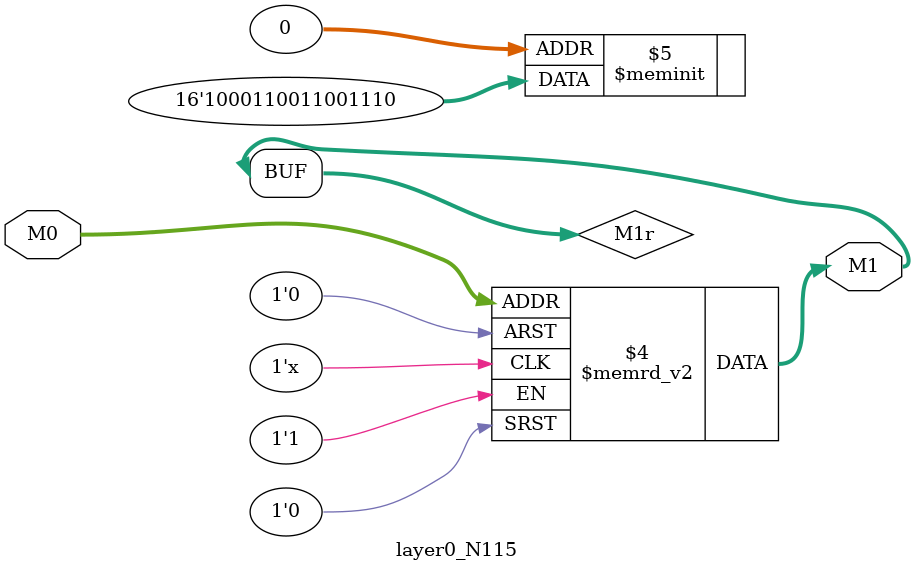
<source format=v>
module layer0_N115 ( input [2:0] M0, output [1:0] M1 );

	(*rom_style = "distributed" *) reg [1:0] M1r;
	assign M1 = M1r;
	always @ (M0) begin
		case (M0)
			3'b000: M1r = 2'b10;
			3'b100: M1r = 2'b00;
			3'b010: M1r = 2'b00;
			3'b110: M1r = 2'b00;
			3'b001: M1r = 2'b11;
			3'b101: M1r = 2'b11;
			3'b011: M1r = 2'b11;
			3'b111: M1r = 2'b10;

		endcase
	end
endmodule

</source>
